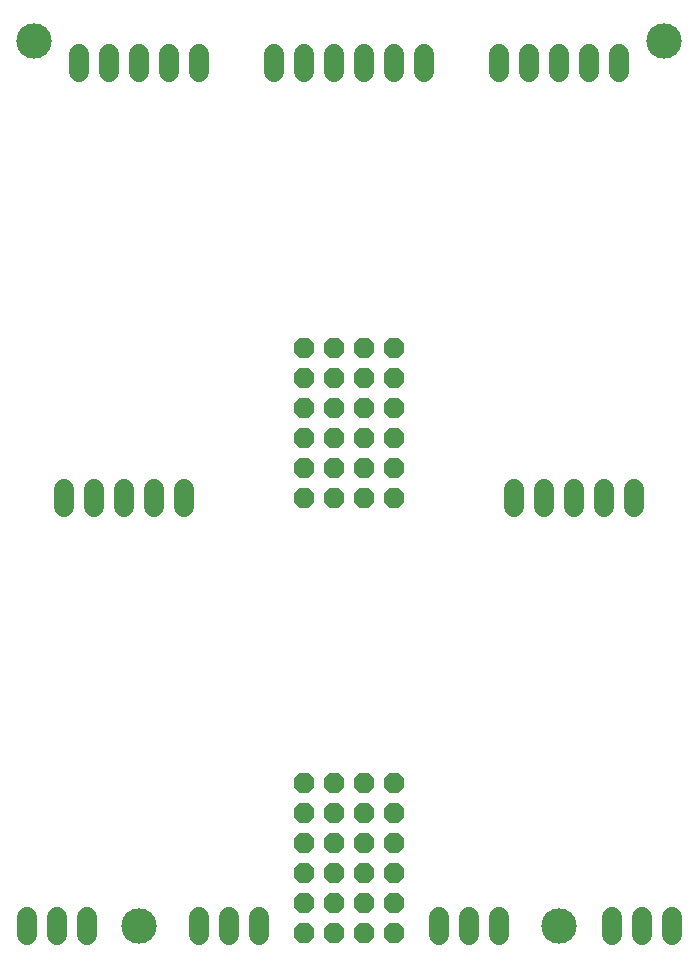
<source format=gts>
G75*
%MOIN*%
%OFA0B0*%
%FSLAX25Y25*%
%IPPOS*%
%LPD*%
%AMOC8*
5,1,8,0,0,1.08239X$1,22.5*
%
%ADD10C,0.11824*%
%ADD11C,0.06800*%
%ADD12OC8,0.06800*%
D10*
X0048000Y0014867D03*
X0188000Y0014867D03*
X0223000Y0309867D03*
X0013000Y0309867D03*
D11*
X0010500Y0017867D02*
X0010500Y0011867D01*
X0020500Y0011867D02*
X0020500Y0017867D01*
X0030500Y0017867D02*
X0030500Y0011867D01*
X0068000Y0011867D02*
X0068000Y0017867D01*
X0078000Y0017867D02*
X0078000Y0011867D01*
X0088000Y0011867D02*
X0088000Y0017867D01*
X0148000Y0017867D02*
X0148000Y0011867D01*
X0158000Y0011867D02*
X0158000Y0017867D01*
X0168000Y0017867D02*
X0168000Y0011867D01*
X0205500Y0011867D02*
X0205500Y0017867D01*
X0215500Y0017867D02*
X0215500Y0011867D01*
X0225500Y0011867D02*
X0225500Y0017867D01*
X0213000Y0154367D02*
X0213000Y0160367D01*
X0203000Y0160367D02*
X0203000Y0154367D01*
X0193000Y0154367D02*
X0193000Y0160367D01*
X0183000Y0160367D02*
X0183000Y0154367D01*
X0173000Y0154367D02*
X0173000Y0160367D01*
X0168000Y0299367D02*
X0168000Y0305367D01*
X0178000Y0305367D02*
X0178000Y0299367D01*
X0188000Y0299367D02*
X0188000Y0305367D01*
X0198000Y0305367D02*
X0198000Y0299367D01*
X0208000Y0299367D02*
X0208000Y0305367D01*
X0143000Y0305367D02*
X0143000Y0299367D01*
X0133000Y0299367D02*
X0133000Y0305367D01*
X0123000Y0305367D02*
X0123000Y0299367D01*
X0113000Y0299367D02*
X0113000Y0305367D01*
X0103000Y0305367D02*
X0103000Y0299367D01*
X0093000Y0299367D02*
X0093000Y0305367D01*
X0068000Y0305367D02*
X0068000Y0299367D01*
X0058000Y0299367D02*
X0058000Y0305367D01*
X0048000Y0305367D02*
X0048000Y0299367D01*
X0038000Y0299367D02*
X0038000Y0305367D01*
X0028000Y0305367D02*
X0028000Y0299367D01*
X0023000Y0160367D02*
X0023000Y0154367D01*
X0033000Y0154367D02*
X0033000Y0160367D01*
X0043000Y0160367D02*
X0043000Y0154367D01*
X0053000Y0154367D02*
X0053000Y0160367D01*
X0063000Y0160367D02*
X0063000Y0154367D01*
D12*
X0103000Y0157367D03*
X0103000Y0167367D03*
X0103000Y0177367D03*
X0103000Y0187367D03*
X0103000Y0197367D03*
X0103000Y0207367D03*
X0113000Y0207367D03*
X0113000Y0197367D03*
X0113000Y0187367D03*
X0113000Y0177367D03*
X0113000Y0167367D03*
X0113000Y0157367D03*
X0123000Y0157367D03*
X0123000Y0167367D03*
X0123000Y0177367D03*
X0123000Y0187367D03*
X0123000Y0197367D03*
X0123000Y0207367D03*
X0133000Y0207367D03*
X0133000Y0197367D03*
X0133000Y0187367D03*
X0133000Y0177367D03*
X0133000Y0167367D03*
X0133000Y0157367D03*
X0133000Y0062367D03*
X0133000Y0052367D03*
X0133000Y0042367D03*
X0133000Y0032367D03*
X0123000Y0032367D03*
X0123000Y0042367D03*
X0123000Y0052367D03*
X0123000Y0062367D03*
X0113000Y0062367D03*
X0113000Y0052367D03*
X0113000Y0042367D03*
X0113000Y0032367D03*
X0103000Y0032367D03*
X0103000Y0042367D03*
X0103000Y0052367D03*
X0103000Y0062367D03*
X0103000Y0022367D03*
X0103000Y0012367D03*
X0113000Y0012367D03*
X0113000Y0022367D03*
X0123000Y0022367D03*
X0123000Y0012367D03*
X0133000Y0012367D03*
X0133000Y0022367D03*
M02*

</source>
